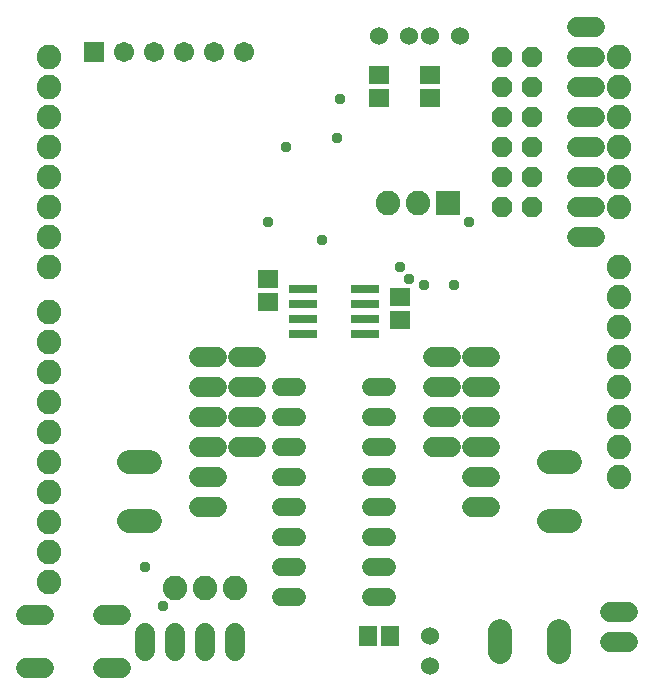
<source format=gbr>
G04 EAGLE Gerber RS-274X export*
G75*
%MOMM*%
%FSLAX34Y34*%
%LPD*%
%INSoldermask Top*%
%IPPOS*%
%AMOC8*
5,1,8,0,0,1.08239X$1,22.5*%
G01*
%ADD10C,2.082800*%
%ADD11C,1.993900*%
%ADD12C,1.524000*%
%ADD13C,1.727200*%
%ADD14P,1.869504X8X292.500000*%
%ADD15R,2.082800X2.082800*%
%ADD16R,1.803200X1.503200*%
%ADD17C,1.524000*%
%ADD18R,1.503200X1.803200*%
%ADD19R,2.403200X0.803200*%
%ADD20C,1.711200*%
%ADD21R,1.711200X1.711200*%
%ADD22C,0.959600*%


D10*
X520700Y241300D03*
X520700Y266700D03*
X520700Y292100D03*
X520700Y317500D03*
X520700Y342900D03*
X520700Y368300D03*
X520700Y419100D03*
X520700Y444500D03*
X520700Y469900D03*
X520700Y495300D03*
X520700Y520700D03*
X520700Y546100D03*
X38100Y546100D03*
X38100Y520700D03*
X38100Y495300D03*
X38100Y469900D03*
X38100Y444500D03*
X38100Y419100D03*
X38100Y393700D03*
X38100Y368300D03*
X38100Y330200D03*
X38100Y304800D03*
X38100Y279400D03*
X38100Y254000D03*
X38100Y228600D03*
X38100Y203200D03*
X38100Y177800D03*
X38100Y152400D03*
X38100Y127000D03*
X38100Y101600D03*
X520700Y215900D03*
X520700Y190500D03*
D11*
X419500Y59754D02*
X419500Y41847D01*
X469500Y41847D02*
X469500Y59754D01*
D12*
X324104Y88900D02*
X310896Y88900D01*
X310896Y114300D02*
X324104Y114300D01*
X324104Y241300D02*
X310896Y241300D01*
X310896Y266700D02*
X324104Y266700D01*
X324104Y139700D02*
X310896Y139700D01*
X310896Y165100D02*
X324104Y165100D01*
X324104Y215900D02*
X310896Y215900D01*
X310896Y190500D02*
X324104Y190500D01*
X247904Y266700D02*
X234696Y266700D01*
X234696Y241300D02*
X247904Y241300D01*
X247904Y215900D02*
X234696Y215900D01*
X234696Y190500D02*
X247904Y190500D01*
X247904Y165100D02*
X234696Y165100D01*
X234696Y139700D02*
X247904Y139700D01*
X247904Y114300D02*
X234696Y114300D01*
X234696Y88900D02*
X247904Y88900D01*
D11*
X123254Y152800D02*
X105347Y152800D01*
X105347Y202800D02*
X123254Y202800D01*
D13*
X165100Y165100D02*
X180340Y165100D01*
X180340Y190500D02*
X165100Y190500D01*
X165100Y215900D02*
X180340Y215900D01*
X180340Y241300D02*
X165100Y241300D01*
X165100Y266700D02*
X180340Y266700D01*
X180340Y292100D02*
X165100Y292100D01*
X396240Y165100D02*
X411480Y165100D01*
X411480Y190500D02*
X396240Y190500D01*
X396240Y215900D02*
X411480Y215900D01*
X411480Y241300D02*
X396240Y241300D01*
X396240Y266700D02*
X411480Y266700D01*
X411480Y292100D02*
X396240Y292100D01*
D11*
X460947Y152800D02*
X478854Y152800D01*
X478854Y202800D02*
X460947Y202800D01*
D14*
X421640Y546100D03*
X447040Y546100D03*
X421640Y520700D03*
X447040Y520700D03*
X421640Y495300D03*
X447040Y495300D03*
X421640Y469900D03*
X447040Y469900D03*
X421640Y444500D03*
X447040Y444500D03*
X421640Y419100D03*
X447040Y419100D03*
D13*
X513080Y50800D02*
X528320Y50800D01*
X528320Y76200D02*
X513080Y76200D01*
X98552Y28194D02*
X83312Y28194D01*
X83312Y73406D02*
X98552Y73406D01*
X33528Y28194D02*
X18288Y28194D01*
X18288Y73406D02*
X33528Y73406D01*
X195580Y58420D02*
X195580Y43180D01*
X170180Y43180D02*
X170180Y58420D01*
X144780Y58420D02*
X144780Y43180D01*
X119380Y43180D02*
X119380Y58420D01*
X485140Y393700D02*
X500380Y393700D01*
X500380Y419100D02*
X485140Y419100D01*
X485140Y444500D02*
X500380Y444500D01*
X500380Y469900D02*
X485140Y469900D01*
X485140Y495300D02*
X500380Y495300D01*
X500380Y520700D02*
X485140Y520700D01*
X485140Y546100D02*
X500380Y546100D01*
X500380Y571500D02*
X485140Y571500D01*
D10*
X195580Y96520D03*
X170180Y96520D03*
X144780Y96520D03*
D13*
X363220Y215900D02*
X378460Y215900D01*
X378460Y241300D02*
X363220Y241300D01*
X363220Y266700D02*
X378460Y266700D01*
X378460Y292100D02*
X363220Y292100D01*
X213360Y215900D02*
X198120Y215900D01*
X198120Y241300D02*
X213360Y241300D01*
X213360Y266700D02*
X198120Y266700D01*
X198120Y292100D02*
X213360Y292100D01*
D15*
X375920Y421790D03*
D10*
X350520Y421790D03*
X325120Y421790D03*
D16*
X223520Y357480D03*
X223520Y338480D03*
X335280Y342240D03*
X335280Y323240D03*
X317500Y511200D03*
X317500Y530200D03*
X360680Y511200D03*
X360680Y530200D03*
D17*
X317500Y563880D03*
X342900Y563880D03*
X360680Y563880D03*
X386080Y563880D03*
X360680Y55880D03*
X360680Y30480D03*
D18*
X327000Y55880D03*
X308000Y55880D03*
D19*
X253400Y336550D03*
X305400Y336550D03*
X253400Y349250D03*
X253400Y323850D03*
X253400Y311150D03*
X305400Y349250D03*
X305400Y323850D03*
X305400Y311150D03*
D20*
X101600Y549910D03*
D21*
X76200Y549910D03*
D20*
X127000Y549910D03*
X152400Y549910D03*
X177800Y549910D03*
X203200Y549910D03*
D22*
X335280Y368300D03*
X119380Y114300D03*
X134620Y81280D03*
X381000Y353060D03*
X355600Y353060D03*
X269240Y391160D03*
X223520Y406400D03*
X342900Y358140D03*
X393700Y406400D03*
X238760Y469900D03*
X281940Y477520D03*
X284480Y510540D03*
M02*

</source>
